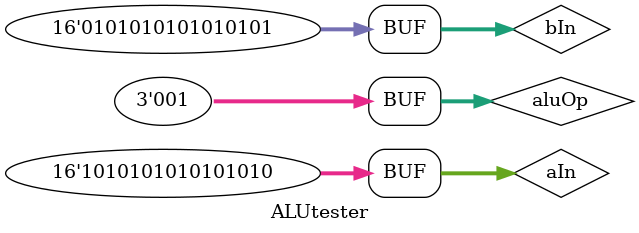
<source format=v>
`timescale 1ns / 1ps


module ALUtester;

	// Inputs
	reg [2:0] aluOp;
	reg [15:0] aIn;
	reg [15:0] bIn;

	// Outputs
	wire isZero;
	wire [15:0] outPut;

	// Instantiate the Unit Under Test (UUT)
	ALU16bit uut (
		.aluOp(aluOp), 
		.aIn(aIn), 
		.bIn(bIn), 
		.isZero(isZero), 
		.outPut(outPut)
	);

	initial begin
		// Initialize Inputs
		aluOp = 0;
		aIn = 0;
		bIn = 0;

		// Wait 100 ns for global reset to finish
		#100;
		// Add stimulus here
		aIn = 1; bIn = 1; #15;	 // = 2
		aIn = 10; bIn = 0; #15;  // = 10
		aIn = 0; bIn = 10; #15;  // = 10
		aIn = 10; bIn = 10; #15; // = 20
		aIn = 13; bIn = 24; #15; // = 37
		
		aluOp = 'b0001;
		aIn = 2; bIn = 0; #15; // = 2
		aIn = 3; bIn = 0; #15; // = 3
		aIn = 4; bIn = 0; #15; // = 4
		aIn = 5; bIn = 0; #15; // = 5
		aIn = 6; bIn = 0; #15; // = 6
		aIn = 7; bIn = 0; #15; // = 7
		aIn = 8; bIn = 0; #15; // = 8
		aIn = 'b1101110111011101; bIn = 'b0010001000100010 ; #15; // = 'b1111111111111111
		aIn = 'b1111111111111111; bIn = 0; #15; // = 'b1111111111111111
		aIn = 'b1010101010101010; bIn = 'b0101010101010101; #15; // = 'b1111111111111111
		
		
		

	end
      
endmodule


</source>
